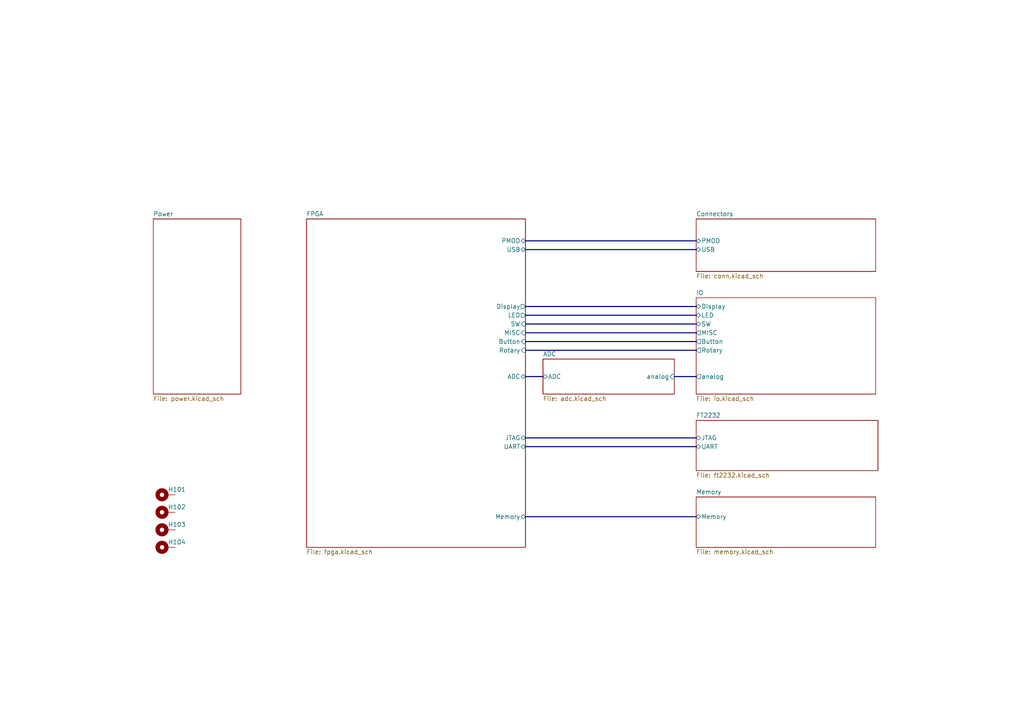
<source format=kicad_sch>
(kicad_sch (version 20250114) (generator "eeschema") (generator_version "9.0")
  (paper "A4")
  (lib_symbols
    (symbol "Mechanical:MountingHole_Pad" (pin_numbers (hide yes)) (pin_names (offset 1.016) (hide yes)) (exclude_from_sim yes) (in_bom no)
      (property "Reference" "H" (at 0 6.35 0))
      (property "Value" "MountingHole_Pad" (at 0 4.445 0))
      (symbol "MountingHole_Pad_0_1"
        (circle (center 0 1.27) (radius 1.27) (stroke (width 1.27)))
      )
      (symbol "MountingHole_Pad_1_1"
        (pin input line (at 0 -2.54 90) (length 2.54) (name "1") (number "1"))
      )
    )
  )
  (bus (pts (xy 152.4 93.98) (xy 201.93 93.98)))
  (bus (pts (xy 152.4 99.06) (xy 201.93 99.06)))
  (bus (pts (xy 152.4 72.39) (xy 201.93 72.39)))
  (bus (pts (xy 152.4 69.85) (xy 201.93 69.85)))
  (bus (pts (xy 152.4 96.52) (xy 201.93 96.52)))
  (bus (pts (xy 152.4 129.54) (xy 201.93 129.54)))
  (bus (pts (xy 195.58 109.22) (xy 201.93 109.22)))
  (bus (pts (xy 152.4 101.6) (xy 201.93 101.6)))
  (bus (pts (xy 152.4 88.9) (xy 201.93 88.9)))
  (bus (pts (xy 152.4 91.44) (xy 201.93 91.44)))
  (bus (pts (xy 152.4 109.22) (xy 157.48 109.22)))
  (bus (pts (xy 152.4 149.86) (xy 201.93 149.86)))
  (bus (pts (xy 152.4 127) (xy 201.93 127)))
  (symbol (lib_id "Mechanical:MountingHole_Pad") (at 48.26 153.67 90) (unit 1) (exclude_from_sim yes) (in_bom no)
    (property "Reference" "H103" (at 51.308 152.146 90))
    (property "Value" "MountingHole_Pad" (effects (hide yes)))
    (property "Footprint" "MountingHole:MountingHole_3.2mm_M3_Pad_Via" (effects (hide yes)))
    (property "Description" "Mounting Hole with connection" (effects (hide yes)))
  )
  (symbol (lib_id "Mechanical:MountingHole_Pad") (at 48.26 143.51 90) (unit 1) (exclude_from_sim yes) (in_bom no)
    (property "Reference" "H101" (at 51.308 141.986 90))
    (property "Value" "MountingHole_Pad" (effects (hide yes)))
    (property "Footprint" "MountingHole:MountingHole_3.2mm_M3_Pad_Via" (effects (hide yes)))
    (property "Description" "Mounting Hole with connection" (effects (hide yes)))
  )
  (symbol (lib_id "Mechanical:MountingHole_Pad") (at 48.26 148.59 90) (unit 1) (exclude_from_sim yes) (in_bom no)
    (property "Reference" "H102" (at 51.308 147.066 90))
    (property "Value" "MountingHole_Pad" (effects (hide yes)))
    (property "Footprint" "MountingHole:MountingHole_3.2mm_M3_Pad_Via" (effects (hide yes)))
    (property "Description" "Mounting Hole with connection" (effects (hide yes)))
  )
  (symbol (lib_id "Mechanical:MountingHole_Pad") (at 48.26 158.75 90) (unit 1) (exclude_from_sim yes) (in_bom no)
    (property "Reference" "H104" (at 51.308 157.226 90))
    (property "Value" "MountingHole_Pad" (effects (hide yes)))
    (property "Footprint" "MountingHole:MountingHole_3.2mm_M3_Pad_Via" (effects (hide yes)))
    (property "Description" "Mounting Hole with connection" (effects (hide yes)))
  )
  (sheet (at 201.93 121.92) (size 52.705 14.605) (stroke (width 0.1524))
    (property "Sheetname" "FT2232" (at 201.93 121.2084 0) (effects (justify left bottom)))
    (property "Sheetfile" "ft2232.kicad_sch" (at 201.93 137.1096 0) (effects (justify left top)))
    (pin "JTAG" bidirectional (at 201.93 127 180))
    (pin "UART" bidirectional (at 201.93 129.54 180))
  )
  (sheet (at 44.45 63.5) (size 25.4 50.8) (stroke (width 0.1524))
    (property "Sheetname" "Power" (at 44.45 62.7884 0) (effects (justify left bottom)))
    (property "Sheetfile" "power.kicad_sch" (at 44.45 114.8846 0) (effects (justify left top)))
  )
  (sheet (at 88.9 63.5) (size 63.5 95.25) (stroke (width 0.1524))
    (property "Sheetname" "FPGA" (at 88.9 62.7884 0) (effects (justify left bottom)))
    (property "Sheetfile" "fpga.kicad_sch" (at 88.9 159.3346 0) (effects (justify left top)))
    (pin "SW" input (at 152.4 93.98 0))
    (pin "Button" input (at 152.4 99.06 0))
    (pin "MISC" input (at 152.4 96.52 0))
    (pin "LED" output (at 152.4 91.44 0))
    (pin "PMOD" bidirectional (at 152.4 69.85 0))
    (pin "Display" output (at 152.4 88.9 0))
    (pin "JTAG" bidirectional (at 152.4 127 0))
    (pin "UART" bidirectional (at 152.4 129.54 0))
    (pin "Rotary" input (at 152.4 101.6 0))
    (pin "ADC" bidirectional (at 152.4 109.22 0))
    (pin "USB" bidirectional (at 152.4 72.39 0))
    (pin "Memory" bidirectional (at 152.4 149.86 0))
  )
  (sheet (at 201.93 86.36) (size 52.07 27.94) (stroke (width 0.1524))
    (property "Sheetname" "IO" (at 201.93 85.6484 0) (effects (justify left bottom)))
    (property "Sheetfile" "io.kicad_sch" (at 201.93 114.8846 0) (effects (justify left top)))
    (pin "Display" bidirectional (at 201.93 88.9 180))
    (pin "LED" bidirectional (at 201.93 91.44 180))
    (pin "SW" bidirectional (at 201.93 93.98 180))
    (pin "MISC" output (at 201.93 96.52 180))
    (pin "Button" output (at 201.93 99.06 180))
    (pin "Rotary" output (at 201.93 101.6 180))
    (pin "analog" output (at 201.93 109.22 180))
  )
  (sheet (at 201.93 63.5) (size 52.07 15.24) (stroke (width 0.1524))
    (property "Sheetname" "Connectors" (at 201.93 62.7884 0) (effects (justify left bottom)))
    (property "Sheetfile" "conn.kicad_sch" (at 201.93 79.3246 0) (effects (justify left top)))
    (pin "PMOD" bidirectional (at 201.93 69.85 180))
    (pin "USB" bidirectional (at 201.93 72.39 180))
  )
  (sheet (at 157.48 104.14) (size 38.1 10.16) (stroke (width 0.1524))
    (property "Sheetname" "ADC" (at 157.48 103.4284 0) (effects (justify left bottom)))
    (property "Sheetfile" "adc.kicad_sch" (at 157.48 114.8846 0) (effects (justify left top)))
    (pin "ADC" bidirectional (at 157.48 109.22 180))
    (pin "analog" input (at 195.58 109.22 0))
  )
  (sheet (at 201.93 144.145) (size 52.07 14.605) (stroke (width 0.1524))
    (property "Sheetname" "Memory" (at 201.93 143.4334 0) (effects (justify left bottom)))
    (property "Sheetfile" "memory.kicad_sch" (at 201.93 159.3346 0) (effects (justify left top)))
    (pin "Memory" bidirectional (at 201.93 149.86 180))
  )
)
</source>
